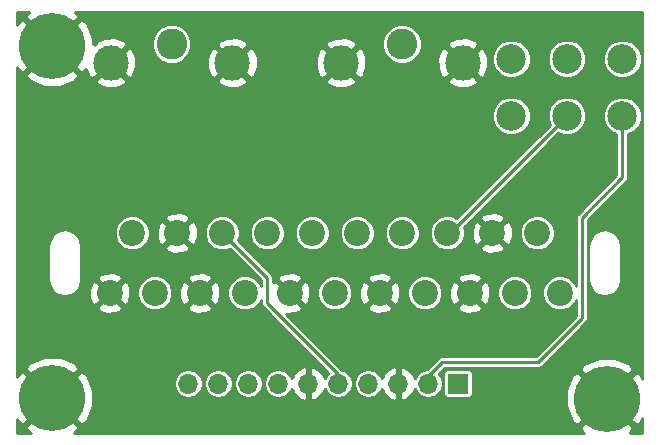
<source format=gbr>
G04 #@! TF.FileFunction,Copper,L1,Top,Signal*
%FSLAX46Y46*%
G04 Gerber Fmt 4.6, Leading zero omitted, Abs format (unit mm)*
G04 Created by KiCad (PCBNEW 4.0.7-e2-6376~61~ubuntu18.04.1) date Fri Dec 20 20:00:32 2019*
%MOMM*%
%LPD*%
G01*
G04 APERTURE LIST*
%ADD10C,0.100000*%
%ADD11C,2.500000*%
%ADD12C,2.200000*%
%ADD13R,1.700000X1.700000*%
%ADD14O,1.700000X1.700000*%
%ADD15C,3.000000*%
%ADD16C,2.600000*%
%ADD17C,5.600000*%
%ADD18C,0.250000*%
%ADD19C,0.254000*%
G04 APERTURE END LIST*
D10*
D11*
X173101000Y-71501000D03*
X173101000Y-76331000D03*
X168401000Y-71501000D03*
X168401000Y-76331000D03*
X163701000Y-71501000D03*
X163701000Y-76331000D03*
D12*
X131605000Y-86250000D03*
X135415000Y-86250000D03*
X139225000Y-86250000D03*
X143035000Y-86250000D03*
X146845000Y-86250000D03*
X150655000Y-86250000D03*
X154465000Y-86250000D03*
X158275000Y-86250000D03*
X162085000Y-86250000D03*
X165895000Y-86250000D03*
X129710000Y-91330000D03*
X133520000Y-91330000D03*
X137330000Y-91330000D03*
X141140000Y-91330000D03*
X144950000Y-91330000D03*
X148760000Y-91330000D03*
X152570000Y-91330000D03*
X156380000Y-91330000D03*
X160190000Y-91330000D03*
X164000000Y-91330000D03*
X167810000Y-91330000D03*
D13*
X159194500Y-98996500D03*
D14*
X156654500Y-98996500D03*
X154114500Y-98996500D03*
X151574500Y-98996500D03*
X149034500Y-98996500D03*
X146494500Y-98996500D03*
X143954500Y-98996500D03*
X141414500Y-98996500D03*
X138874500Y-98996500D03*
X136334500Y-98996500D03*
D15*
X129787500Y-71831000D03*
X140087500Y-71831000D03*
D16*
X134937500Y-70231000D03*
D15*
X149282000Y-71831000D03*
X159582000Y-71831000D03*
D16*
X154432000Y-70231000D03*
D17*
X171767500Y-100266500D03*
X124841000Y-100203000D03*
X124841000Y-70421500D03*
D18*
X149034500Y-98996500D02*
X149034500Y-98171000D01*
X149034500Y-98171000D02*
X143002000Y-92138500D01*
X143002000Y-92138500D02*
X143002000Y-90027000D01*
X143002000Y-90027000D02*
X139225000Y-86250000D01*
X158275000Y-86250000D02*
X158482000Y-86250000D01*
X158482000Y-86250000D02*
X168401000Y-76331000D01*
X156654500Y-98996500D02*
X156654500Y-98361500D01*
X156654500Y-98361500D02*
X157861000Y-97155000D01*
X173101000Y-81534000D02*
X173101000Y-76331000D01*
X169672000Y-84963000D02*
X173101000Y-81534000D01*
X169672000Y-93472000D02*
X169672000Y-84963000D01*
X165989000Y-97155000D02*
X169672000Y-93472000D01*
X157861000Y-97155000D02*
X165989000Y-97155000D01*
D19*
G36*
X122886501Y-67515297D02*
X122568265Y-67969160D01*
X124841000Y-70241895D01*
X127113735Y-67969160D01*
X126795499Y-67515297D01*
X126787606Y-67512000D01*
X174804000Y-67512000D01*
X174804000Y-98618300D01*
X174685378Y-98329473D01*
X174673703Y-98312001D01*
X174219840Y-97993765D01*
X171947105Y-100266500D01*
X174219840Y-102539235D01*
X174673703Y-102220999D01*
X174804000Y-101909084D01*
X174804000Y-103176000D01*
X173717065Y-103176000D01*
X173721999Y-103172703D01*
X174040235Y-102718840D01*
X171767500Y-100446105D01*
X169494765Y-102718840D01*
X169813001Y-103172703D01*
X169820894Y-103176000D01*
X126643813Y-103176000D01*
X126778027Y-103120878D01*
X126795499Y-103109203D01*
X127113735Y-102655340D01*
X124841000Y-100382605D01*
X122568265Y-102655340D01*
X122886501Y-103109203D01*
X123046405Y-103176000D01*
X121868000Y-103176000D01*
X121868000Y-102005813D01*
X121923122Y-102140027D01*
X121934797Y-102157499D01*
X122388660Y-102475735D01*
X124661395Y-100203000D01*
X125020605Y-100203000D01*
X127293340Y-102475735D01*
X127747203Y-102157499D01*
X128256019Y-100939456D01*
X168330465Y-100939456D01*
X168849622Y-102203527D01*
X168861297Y-102220999D01*
X169315160Y-102539235D01*
X171587895Y-100266500D01*
X169315160Y-97993765D01*
X168861297Y-98312001D01*
X168334564Y-99572934D01*
X168330465Y-100939456D01*
X128256019Y-100939456D01*
X128273936Y-100896566D01*
X128278035Y-99530044D01*
X128049003Y-98972383D01*
X135103500Y-98972383D01*
X135103500Y-99020617D01*
X135197204Y-99491700D01*
X135464052Y-99891065D01*
X135863417Y-100157913D01*
X136334500Y-100251617D01*
X136805583Y-100157913D01*
X137204948Y-99891065D01*
X137471796Y-99491700D01*
X137565500Y-99020617D01*
X137565500Y-98972383D01*
X137643500Y-98972383D01*
X137643500Y-99020617D01*
X137737204Y-99491700D01*
X138004052Y-99891065D01*
X138403417Y-100157913D01*
X138874500Y-100251617D01*
X139345583Y-100157913D01*
X139744948Y-99891065D01*
X140011796Y-99491700D01*
X140105500Y-99020617D01*
X140105500Y-98972383D01*
X140183500Y-98972383D01*
X140183500Y-99020617D01*
X140277204Y-99491700D01*
X140544052Y-99891065D01*
X140943417Y-100157913D01*
X141414500Y-100251617D01*
X141885583Y-100157913D01*
X142284948Y-99891065D01*
X142551796Y-99491700D01*
X142645500Y-99020617D01*
X142645500Y-98972383D01*
X142723500Y-98972383D01*
X142723500Y-99020617D01*
X142817204Y-99491700D01*
X143084052Y-99891065D01*
X143483417Y-100157913D01*
X143954500Y-100251617D01*
X144425583Y-100157913D01*
X144824948Y-99891065D01*
X145091796Y-99491700D01*
X145099583Y-99452553D01*
X145299317Y-99877858D01*
X145727576Y-100268145D01*
X146137610Y-100437976D01*
X146367500Y-100316655D01*
X146367500Y-99123500D01*
X146347500Y-99123500D01*
X146347500Y-98869500D01*
X146367500Y-98869500D01*
X146367500Y-97676345D01*
X146137610Y-97555024D01*
X145727576Y-97724855D01*
X145299317Y-98115142D01*
X145099583Y-98540447D01*
X145091796Y-98501300D01*
X144824948Y-98101935D01*
X144425583Y-97835087D01*
X143954500Y-97741383D01*
X143483417Y-97835087D01*
X143084052Y-98101935D01*
X142817204Y-98501300D01*
X142723500Y-98972383D01*
X142645500Y-98972383D01*
X142551796Y-98501300D01*
X142284948Y-98101935D01*
X141885583Y-97835087D01*
X141414500Y-97741383D01*
X140943417Y-97835087D01*
X140544052Y-98101935D01*
X140277204Y-98501300D01*
X140183500Y-98972383D01*
X140105500Y-98972383D01*
X140011796Y-98501300D01*
X139744948Y-98101935D01*
X139345583Y-97835087D01*
X138874500Y-97741383D01*
X138403417Y-97835087D01*
X138004052Y-98101935D01*
X137737204Y-98501300D01*
X137643500Y-98972383D01*
X137565500Y-98972383D01*
X137471796Y-98501300D01*
X137204948Y-98101935D01*
X136805583Y-97835087D01*
X136334500Y-97741383D01*
X135863417Y-97835087D01*
X135464052Y-98101935D01*
X135197204Y-98501300D01*
X135103500Y-98972383D01*
X128049003Y-98972383D01*
X127758878Y-98265973D01*
X127747203Y-98248501D01*
X127293340Y-97930265D01*
X125020605Y-100203000D01*
X124661395Y-100203000D01*
X122388660Y-97930265D01*
X121934797Y-98248501D01*
X121868000Y-98408405D01*
X121868000Y-97750660D01*
X122568265Y-97750660D01*
X124841000Y-100023395D01*
X127113735Y-97750660D01*
X126795499Y-97296797D01*
X125534566Y-96770064D01*
X124168044Y-96765965D01*
X122903973Y-97285122D01*
X122886501Y-97296797D01*
X122568265Y-97750660D01*
X121868000Y-97750660D01*
X121868000Y-92554868D01*
X128664737Y-92554868D01*
X128775641Y-92832099D01*
X129421593Y-93075323D01*
X130111453Y-93052836D01*
X130644359Y-92832099D01*
X130755263Y-92554868D01*
X129710000Y-91509605D01*
X128664737Y-92554868D01*
X121868000Y-92554868D01*
X121868000Y-87335517D01*
X124509000Y-87335517D01*
X124509000Y-90244483D01*
X124614122Y-90772969D01*
X124913486Y-91220997D01*
X125361514Y-91520361D01*
X125890000Y-91625483D01*
X126418486Y-91520361D01*
X126866514Y-91220997D01*
X126986388Y-91041593D01*
X127964677Y-91041593D01*
X127987164Y-91731453D01*
X128207901Y-92264359D01*
X128485132Y-92375263D01*
X129530395Y-91330000D01*
X129889605Y-91330000D01*
X130934868Y-92375263D01*
X131212099Y-92264359D01*
X131453481Y-91623297D01*
X132038743Y-91623297D01*
X132263737Y-92167823D01*
X132679985Y-92584799D01*
X133224118Y-92810743D01*
X133813297Y-92811257D01*
X134357823Y-92586263D01*
X134389272Y-92554868D01*
X136284737Y-92554868D01*
X136395641Y-92832099D01*
X137041593Y-93075323D01*
X137731453Y-93052836D01*
X138264359Y-92832099D01*
X138375263Y-92554868D01*
X137330000Y-91509605D01*
X136284737Y-92554868D01*
X134389272Y-92554868D01*
X134774799Y-92170015D01*
X135000743Y-91625882D01*
X135001252Y-91041593D01*
X135584677Y-91041593D01*
X135607164Y-91731453D01*
X135827901Y-92264359D01*
X136105132Y-92375263D01*
X137150395Y-91330000D01*
X137509605Y-91330000D01*
X138554868Y-92375263D01*
X138832099Y-92264359D01*
X139075323Y-91618407D01*
X139052836Y-90928547D01*
X138832099Y-90395641D01*
X138554868Y-90284737D01*
X137509605Y-91330000D01*
X137150395Y-91330000D01*
X136105132Y-90284737D01*
X135827901Y-90395641D01*
X135584677Y-91041593D01*
X135001252Y-91041593D01*
X135001257Y-91036703D01*
X134776263Y-90492177D01*
X134389894Y-90105132D01*
X136284737Y-90105132D01*
X137330000Y-91150395D01*
X138375263Y-90105132D01*
X138264359Y-89827901D01*
X137618407Y-89584677D01*
X136928547Y-89607164D01*
X136395641Y-89827901D01*
X136284737Y-90105132D01*
X134389894Y-90105132D01*
X134360015Y-90075201D01*
X133815882Y-89849257D01*
X133226703Y-89848743D01*
X132682177Y-90073737D01*
X132265201Y-90489985D01*
X132039257Y-91034118D01*
X132038743Y-91623297D01*
X131453481Y-91623297D01*
X131455323Y-91618407D01*
X131432836Y-90928547D01*
X131212099Y-90395641D01*
X130934868Y-90284737D01*
X129889605Y-91330000D01*
X129530395Y-91330000D01*
X128485132Y-90284737D01*
X128207901Y-90395641D01*
X127964677Y-91041593D01*
X126986388Y-91041593D01*
X127165878Y-90772969D01*
X127271000Y-90244483D01*
X127271000Y-90105132D01*
X128664737Y-90105132D01*
X129710000Y-91150395D01*
X130755263Y-90105132D01*
X130644359Y-89827901D01*
X129998407Y-89584677D01*
X129308547Y-89607164D01*
X128775641Y-89827901D01*
X128664737Y-90105132D01*
X127271000Y-90105132D01*
X127271000Y-87335517D01*
X127165878Y-86807031D01*
X126989656Y-86543297D01*
X130123743Y-86543297D01*
X130348737Y-87087823D01*
X130764985Y-87504799D01*
X131309118Y-87730743D01*
X131898297Y-87731257D01*
X132442823Y-87506263D01*
X132474272Y-87474868D01*
X134369737Y-87474868D01*
X134480641Y-87752099D01*
X135126593Y-87995323D01*
X135816453Y-87972836D01*
X136349359Y-87752099D01*
X136460263Y-87474868D01*
X135415000Y-86429605D01*
X134369737Y-87474868D01*
X132474272Y-87474868D01*
X132859799Y-87090015D01*
X133085743Y-86545882D01*
X133086252Y-85961593D01*
X133669677Y-85961593D01*
X133692164Y-86651453D01*
X133912901Y-87184359D01*
X134190132Y-87295263D01*
X135235395Y-86250000D01*
X135594605Y-86250000D01*
X136639868Y-87295263D01*
X136917099Y-87184359D01*
X137158481Y-86543297D01*
X137743743Y-86543297D01*
X137968737Y-87087823D01*
X138384985Y-87504799D01*
X138929118Y-87730743D01*
X139518297Y-87731257D01*
X139852553Y-87593145D01*
X142496000Y-90236592D01*
X142496000Y-90733559D01*
X142396263Y-90492177D01*
X141980015Y-90075201D01*
X141435882Y-89849257D01*
X140846703Y-89848743D01*
X140302177Y-90073737D01*
X139885201Y-90489985D01*
X139659257Y-91034118D01*
X139658743Y-91623297D01*
X139883737Y-92167823D01*
X140299985Y-92584799D01*
X140844118Y-92810743D01*
X141433297Y-92811257D01*
X141977823Y-92586263D01*
X142394799Y-92170015D01*
X142496000Y-91926296D01*
X142496000Y-92138500D01*
X142534517Y-92332138D01*
X142644204Y-92496296D01*
X148215480Y-98067572D01*
X148164052Y-98101935D01*
X147897204Y-98501300D01*
X147889417Y-98540447D01*
X147689683Y-98115142D01*
X147261424Y-97724855D01*
X146851390Y-97555024D01*
X146621500Y-97676345D01*
X146621500Y-98869500D01*
X146641500Y-98869500D01*
X146641500Y-99123500D01*
X146621500Y-99123500D01*
X146621500Y-100316655D01*
X146851390Y-100437976D01*
X147261424Y-100268145D01*
X147689683Y-99877858D01*
X147889417Y-99452553D01*
X147897204Y-99491700D01*
X148164052Y-99891065D01*
X148563417Y-100157913D01*
X149034500Y-100251617D01*
X149505583Y-100157913D01*
X149904948Y-99891065D01*
X150171796Y-99491700D01*
X150265500Y-99020617D01*
X150265500Y-98972383D01*
X150343500Y-98972383D01*
X150343500Y-99020617D01*
X150437204Y-99491700D01*
X150704052Y-99891065D01*
X151103417Y-100157913D01*
X151574500Y-100251617D01*
X152045583Y-100157913D01*
X152444948Y-99891065D01*
X152711796Y-99491700D01*
X152719583Y-99452553D01*
X152919317Y-99877858D01*
X153347576Y-100268145D01*
X153757610Y-100437976D01*
X153987500Y-100316655D01*
X153987500Y-99123500D01*
X153967500Y-99123500D01*
X153967500Y-98869500D01*
X153987500Y-98869500D01*
X153987500Y-97676345D01*
X154241500Y-97676345D01*
X154241500Y-98869500D01*
X154261500Y-98869500D01*
X154261500Y-99123500D01*
X154241500Y-99123500D01*
X154241500Y-100316655D01*
X154471390Y-100437976D01*
X154881424Y-100268145D01*
X155309683Y-99877858D01*
X155509417Y-99452553D01*
X155517204Y-99491700D01*
X155784052Y-99891065D01*
X156183417Y-100157913D01*
X156654500Y-100251617D01*
X157125583Y-100157913D01*
X157524948Y-99891065D01*
X157791796Y-99491700D01*
X157885500Y-99020617D01*
X157885500Y-98972383D01*
X157791796Y-98501300D01*
X157566889Y-98164703D01*
X157585092Y-98146500D01*
X157956036Y-98146500D01*
X157956036Y-99846500D01*
X157982603Y-99987690D01*
X158066046Y-100117365D01*
X158193366Y-100204359D01*
X158344500Y-100234964D01*
X160044500Y-100234964D01*
X160185690Y-100208397D01*
X160315365Y-100124954D01*
X160402359Y-99997634D01*
X160432964Y-99846500D01*
X160432964Y-98146500D01*
X160406397Y-98005310D01*
X160322954Y-97875635D01*
X160232983Y-97814160D01*
X169494765Y-97814160D01*
X171767500Y-100086895D01*
X174040235Y-97814160D01*
X173721999Y-97360297D01*
X172461066Y-96833564D01*
X171094544Y-96829465D01*
X169830473Y-97348622D01*
X169813001Y-97360297D01*
X169494765Y-97814160D01*
X160232983Y-97814160D01*
X160195634Y-97788641D01*
X160044500Y-97758036D01*
X158344500Y-97758036D01*
X158203310Y-97784603D01*
X158073635Y-97868046D01*
X157986641Y-97995366D01*
X157956036Y-98146500D01*
X157585092Y-98146500D01*
X158070592Y-97661000D01*
X165989000Y-97661000D01*
X166182638Y-97622483D01*
X166346796Y-97512796D01*
X170029796Y-93829796D01*
X170139483Y-93665638D01*
X170178000Y-93472000D01*
X170178000Y-87335517D01*
X170229000Y-87335517D01*
X170229000Y-90244483D01*
X170334122Y-90772969D01*
X170633486Y-91220997D01*
X171081514Y-91520361D01*
X171610000Y-91625483D01*
X172138486Y-91520361D01*
X172586514Y-91220997D01*
X172885878Y-90772969D01*
X172991000Y-90244483D01*
X172991000Y-87335517D01*
X172885878Y-86807031D01*
X172586514Y-86359003D01*
X172138486Y-86059639D01*
X171610000Y-85954517D01*
X171081514Y-86059639D01*
X170633486Y-86359003D01*
X170334122Y-86807031D01*
X170229000Y-87335517D01*
X170178000Y-87335517D01*
X170178000Y-85172592D01*
X173458796Y-81891796D01*
X173568483Y-81727638D01*
X173607000Y-81534000D01*
X173607000Y-77886669D01*
X174023680Y-77714501D01*
X174482888Y-77256093D01*
X174731716Y-76656849D01*
X174732282Y-76007997D01*
X174484501Y-75408320D01*
X174026093Y-74949112D01*
X173426849Y-74700284D01*
X172777997Y-74699718D01*
X172178320Y-74947499D01*
X171719112Y-75405907D01*
X171470284Y-76005151D01*
X171469718Y-76654003D01*
X171717499Y-77253680D01*
X172175907Y-77712888D01*
X172595000Y-77886911D01*
X172595000Y-81324408D01*
X169314204Y-84605204D01*
X169204517Y-84769362D01*
X169166000Y-84963000D01*
X169166000Y-90733559D01*
X169066263Y-90492177D01*
X168650015Y-90075201D01*
X168105882Y-89849257D01*
X167516703Y-89848743D01*
X166972177Y-90073737D01*
X166555201Y-90489985D01*
X166329257Y-91034118D01*
X166328743Y-91623297D01*
X166553737Y-92167823D01*
X166969985Y-92584799D01*
X167514118Y-92810743D01*
X168103297Y-92811257D01*
X168647823Y-92586263D01*
X169064799Y-92170015D01*
X169166000Y-91926296D01*
X169166000Y-93262408D01*
X165779408Y-96649000D01*
X157861000Y-96649000D01*
X157667362Y-96687517D01*
X157543822Y-96770064D01*
X157503204Y-96797204D01*
X156535318Y-97765090D01*
X156183417Y-97835087D01*
X155784052Y-98101935D01*
X155517204Y-98501300D01*
X155509417Y-98540447D01*
X155309683Y-98115142D01*
X154881424Y-97724855D01*
X154471390Y-97555024D01*
X154241500Y-97676345D01*
X153987500Y-97676345D01*
X153757610Y-97555024D01*
X153347576Y-97724855D01*
X152919317Y-98115142D01*
X152719583Y-98540447D01*
X152711796Y-98501300D01*
X152444948Y-98101935D01*
X152045583Y-97835087D01*
X151574500Y-97741383D01*
X151103417Y-97835087D01*
X150704052Y-98101935D01*
X150437204Y-98501300D01*
X150343500Y-98972383D01*
X150265500Y-98972383D01*
X150171796Y-98501300D01*
X149904948Y-98101935D01*
X149505583Y-97835087D01*
X149391483Y-97812391D01*
X144650080Y-93070988D01*
X144661593Y-93075323D01*
X145351453Y-93052836D01*
X145884359Y-92832099D01*
X145995263Y-92554868D01*
X144950000Y-91509605D01*
X144935858Y-91523748D01*
X144756253Y-91344143D01*
X144770395Y-91330000D01*
X145129605Y-91330000D01*
X146174868Y-92375263D01*
X146452099Y-92264359D01*
X146693481Y-91623297D01*
X147278743Y-91623297D01*
X147503737Y-92167823D01*
X147919985Y-92584799D01*
X148464118Y-92810743D01*
X149053297Y-92811257D01*
X149597823Y-92586263D01*
X149629272Y-92554868D01*
X151524737Y-92554868D01*
X151635641Y-92832099D01*
X152281593Y-93075323D01*
X152971453Y-93052836D01*
X153504359Y-92832099D01*
X153615263Y-92554868D01*
X152570000Y-91509605D01*
X151524737Y-92554868D01*
X149629272Y-92554868D01*
X150014799Y-92170015D01*
X150240743Y-91625882D01*
X150241252Y-91041593D01*
X150824677Y-91041593D01*
X150847164Y-91731453D01*
X151067901Y-92264359D01*
X151345132Y-92375263D01*
X152390395Y-91330000D01*
X152749605Y-91330000D01*
X153794868Y-92375263D01*
X154072099Y-92264359D01*
X154313481Y-91623297D01*
X154898743Y-91623297D01*
X155123737Y-92167823D01*
X155539985Y-92584799D01*
X156084118Y-92810743D01*
X156673297Y-92811257D01*
X157217823Y-92586263D01*
X157249272Y-92554868D01*
X159144737Y-92554868D01*
X159255641Y-92832099D01*
X159901593Y-93075323D01*
X160591453Y-93052836D01*
X161124359Y-92832099D01*
X161235263Y-92554868D01*
X160190000Y-91509605D01*
X159144737Y-92554868D01*
X157249272Y-92554868D01*
X157634799Y-92170015D01*
X157860743Y-91625882D01*
X157861252Y-91041593D01*
X158444677Y-91041593D01*
X158467164Y-91731453D01*
X158687901Y-92264359D01*
X158965132Y-92375263D01*
X160010395Y-91330000D01*
X160369605Y-91330000D01*
X161414868Y-92375263D01*
X161692099Y-92264359D01*
X161933481Y-91623297D01*
X162518743Y-91623297D01*
X162743737Y-92167823D01*
X163159985Y-92584799D01*
X163704118Y-92810743D01*
X164293297Y-92811257D01*
X164837823Y-92586263D01*
X165254799Y-92170015D01*
X165480743Y-91625882D01*
X165481257Y-91036703D01*
X165256263Y-90492177D01*
X164840015Y-90075201D01*
X164295882Y-89849257D01*
X163706703Y-89848743D01*
X163162177Y-90073737D01*
X162745201Y-90489985D01*
X162519257Y-91034118D01*
X162518743Y-91623297D01*
X161933481Y-91623297D01*
X161935323Y-91618407D01*
X161912836Y-90928547D01*
X161692099Y-90395641D01*
X161414868Y-90284737D01*
X160369605Y-91330000D01*
X160010395Y-91330000D01*
X158965132Y-90284737D01*
X158687901Y-90395641D01*
X158444677Y-91041593D01*
X157861252Y-91041593D01*
X157861257Y-91036703D01*
X157636263Y-90492177D01*
X157249894Y-90105132D01*
X159144737Y-90105132D01*
X160190000Y-91150395D01*
X161235263Y-90105132D01*
X161124359Y-89827901D01*
X160478407Y-89584677D01*
X159788547Y-89607164D01*
X159255641Y-89827901D01*
X159144737Y-90105132D01*
X157249894Y-90105132D01*
X157220015Y-90075201D01*
X156675882Y-89849257D01*
X156086703Y-89848743D01*
X155542177Y-90073737D01*
X155125201Y-90489985D01*
X154899257Y-91034118D01*
X154898743Y-91623297D01*
X154313481Y-91623297D01*
X154315323Y-91618407D01*
X154292836Y-90928547D01*
X154072099Y-90395641D01*
X153794868Y-90284737D01*
X152749605Y-91330000D01*
X152390395Y-91330000D01*
X151345132Y-90284737D01*
X151067901Y-90395641D01*
X150824677Y-91041593D01*
X150241252Y-91041593D01*
X150241257Y-91036703D01*
X150016263Y-90492177D01*
X149629894Y-90105132D01*
X151524737Y-90105132D01*
X152570000Y-91150395D01*
X153615263Y-90105132D01*
X153504359Y-89827901D01*
X152858407Y-89584677D01*
X152168547Y-89607164D01*
X151635641Y-89827901D01*
X151524737Y-90105132D01*
X149629894Y-90105132D01*
X149600015Y-90075201D01*
X149055882Y-89849257D01*
X148466703Y-89848743D01*
X147922177Y-90073737D01*
X147505201Y-90489985D01*
X147279257Y-91034118D01*
X147278743Y-91623297D01*
X146693481Y-91623297D01*
X146695323Y-91618407D01*
X146672836Y-90928547D01*
X146452099Y-90395641D01*
X146174868Y-90284737D01*
X145129605Y-91330000D01*
X144770395Y-91330000D01*
X143725132Y-90284737D01*
X143508000Y-90371599D01*
X143508000Y-90105132D01*
X143904737Y-90105132D01*
X144950000Y-91150395D01*
X145995263Y-90105132D01*
X145884359Y-89827901D01*
X145238407Y-89584677D01*
X144548547Y-89607164D01*
X144015641Y-89827901D01*
X143904737Y-90105132D01*
X143508000Y-90105132D01*
X143508000Y-90027000D01*
X143469483Y-89833362D01*
X143359796Y-89669204D01*
X140568057Y-86877465D01*
X140705743Y-86545882D01*
X140705745Y-86543297D01*
X141553743Y-86543297D01*
X141778737Y-87087823D01*
X142194985Y-87504799D01*
X142739118Y-87730743D01*
X143328297Y-87731257D01*
X143872823Y-87506263D01*
X144289799Y-87090015D01*
X144515743Y-86545882D01*
X144515745Y-86543297D01*
X145363743Y-86543297D01*
X145588737Y-87087823D01*
X146004985Y-87504799D01*
X146549118Y-87730743D01*
X147138297Y-87731257D01*
X147682823Y-87506263D01*
X148099799Y-87090015D01*
X148325743Y-86545882D01*
X148325745Y-86543297D01*
X149173743Y-86543297D01*
X149398737Y-87087823D01*
X149814985Y-87504799D01*
X150359118Y-87730743D01*
X150948297Y-87731257D01*
X151492823Y-87506263D01*
X151909799Y-87090015D01*
X152135743Y-86545882D01*
X152135745Y-86543297D01*
X152983743Y-86543297D01*
X153208737Y-87087823D01*
X153624985Y-87504799D01*
X154169118Y-87730743D01*
X154758297Y-87731257D01*
X155302823Y-87506263D01*
X155719799Y-87090015D01*
X155945743Y-86545882D01*
X155945745Y-86543297D01*
X156793743Y-86543297D01*
X157018737Y-87087823D01*
X157434985Y-87504799D01*
X157979118Y-87730743D01*
X158568297Y-87731257D01*
X159112823Y-87506263D01*
X159144272Y-87474868D01*
X161039737Y-87474868D01*
X161150641Y-87752099D01*
X161796593Y-87995323D01*
X162486453Y-87972836D01*
X163019359Y-87752099D01*
X163130263Y-87474868D01*
X162085000Y-86429605D01*
X161039737Y-87474868D01*
X159144272Y-87474868D01*
X159529799Y-87090015D01*
X159755743Y-86545882D01*
X159756252Y-85961593D01*
X160339677Y-85961593D01*
X160362164Y-86651453D01*
X160582901Y-87184359D01*
X160860132Y-87295263D01*
X161905395Y-86250000D01*
X162264605Y-86250000D01*
X163309868Y-87295263D01*
X163587099Y-87184359D01*
X163828481Y-86543297D01*
X164413743Y-86543297D01*
X164638737Y-87087823D01*
X165054985Y-87504799D01*
X165599118Y-87730743D01*
X166188297Y-87731257D01*
X166732823Y-87506263D01*
X167149799Y-87090015D01*
X167375743Y-86545882D01*
X167376257Y-85956703D01*
X167151263Y-85412177D01*
X166735015Y-84995201D01*
X166190882Y-84769257D01*
X165601703Y-84768743D01*
X165057177Y-84993737D01*
X164640201Y-85409985D01*
X164414257Y-85954118D01*
X164413743Y-86543297D01*
X163828481Y-86543297D01*
X163830323Y-86538407D01*
X163807836Y-85848547D01*
X163587099Y-85315641D01*
X163309868Y-85204737D01*
X162264605Y-86250000D01*
X161905395Y-86250000D01*
X160860132Y-85204737D01*
X160582901Y-85315641D01*
X160339677Y-85961593D01*
X159756252Y-85961593D01*
X159756257Y-85956703D01*
X159678668Y-85768924D01*
X160422460Y-85025132D01*
X161039737Y-85025132D01*
X162085000Y-86070395D01*
X163130263Y-85025132D01*
X163019359Y-84747901D01*
X162373407Y-84504677D01*
X161683547Y-84527164D01*
X161150641Y-84747901D01*
X161039737Y-85025132D01*
X160422460Y-85025132D01*
X167658772Y-77788820D01*
X168075151Y-77961716D01*
X168724003Y-77962282D01*
X169323680Y-77714501D01*
X169782888Y-77256093D01*
X170031716Y-76656849D01*
X170032282Y-76007997D01*
X169784501Y-75408320D01*
X169326093Y-74949112D01*
X168726849Y-74700284D01*
X168077997Y-74699718D01*
X167478320Y-74947499D01*
X167019112Y-75405907D01*
X166770284Y-76005151D01*
X166769718Y-76654003D01*
X166943009Y-77073399D01*
X159048731Y-84967677D01*
X158570882Y-84769257D01*
X157981703Y-84768743D01*
X157437177Y-84993737D01*
X157020201Y-85409985D01*
X156794257Y-85954118D01*
X156793743Y-86543297D01*
X155945745Y-86543297D01*
X155946257Y-85956703D01*
X155721263Y-85412177D01*
X155305015Y-84995201D01*
X154760882Y-84769257D01*
X154171703Y-84768743D01*
X153627177Y-84993737D01*
X153210201Y-85409985D01*
X152984257Y-85954118D01*
X152983743Y-86543297D01*
X152135745Y-86543297D01*
X152136257Y-85956703D01*
X151911263Y-85412177D01*
X151495015Y-84995201D01*
X150950882Y-84769257D01*
X150361703Y-84768743D01*
X149817177Y-84993737D01*
X149400201Y-85409985D01*
X149174257Y-85954118D01*
X149173743Y-86543297D01*
X148325745Y-86543297D01*
X148326257Y-85956703D01*
X148101263Y-85412177D01*
X147685015Y-84995201D01*
X147140882Y-84769257D01*
X146551703Y-84768743D01*
X146007177Y-84993737D01*
X145590201Y-85409985D01*
X145364257Y-85954118D01*
X145363743Y-86543297D01*
X144515745Y-86543297D01*
X144516257Y-85956703D01*
X144291263Y-85412177D01*
X143875015Y-84995201D01*
X143330882Y-84769257D01*
X142741703Y-84768743D01*
X142197177Y-84993737D01*
X141780201Y-85409985D01*
X141554257Y-85954118D01*
X141553743Y-86543297D01*
X140705745Y-86543297D01*
X140706257Y-85956703D01*
X140481263Y-85412177D01*
X140065015Y-84995201D01*
X139520882Y-84769257D01*
X138931703Y-84768743D01*
X138387177Y-84993737D01*
X137970201Y-85409985D01*
X137744257Y-85954118D01*
X137743743Y-86543297D01*
X137158481Y-86543297D01*
X137160323Y-86538407D01*
X137137836Y-85848547D01*
X136917099Y-85315641D01*
X136639868Y-85204737D01*
X135594605Y-86250000D01*
X135235395Y-86250000D01*
X134190132Y-85204737D01*
X133912901Y-85315641D01*
X133669677Y-85961593D01*
X133086252Y-85961593D01*
X133086257Y-85956703D01*
X132861263Y-85412177D01*
X132474894Y-85025132D01*
X134369737Y-85025132D01*
X135415000Y-86070395D01*
X136460263Y-85025132D01*
X136349359Y-84747901D01*
X135703407Y-84504677D01*
X135013547Y-84527164D01*
X134480641Y-84747901D01*
X134369737Y-85025132D01*
X132474894Y-85025132D01*
X132445015Y-84995201D01*
X131900882Y-84769257D01*
X131311703Y-84768743D01*
X130767177Y-84993737D01*
X130350201Y-85409985D01*
X130124257Y-85954118D01*
X130123743Y-86543297D01*
X126989656Y-86543297D01*
X126866514Y-86359003D01*
X126418486Y-86059639D01*
X125890000Y-85954517D01*
X125361514Y-86059639D01*
X124913486Y-86359003D01*
X124614122Y-86807031D01*
X124509000Y-87335517D01*
X121868000Y-87335517D01*
X121868000Y-76654003D01*
X162069718Y-76654003D01*
X162317499Y-77253680D01*
X162775907Y-77712888D01*
X163375151Y-77961716D01*
X164024003Y-77962282D01*
X164623680Y-77714501D01*
X165082888Y-77256093D01*
X165331716Y-76656849D01*
X165332282Y-76007997D01*
X165084501Y-75408320D01*
X164626093Y-74949112D01*
X164026849Y-74700284D01*
X163377997Y-74699718D01*
X162778320Y-74947499D01*
X162319112Y-75405907D01*
X162070284Y-76005151D01*
X162069718Y-76654003D01*
X121868000Y-76654003D01*
X121868000Y-72873840D01*
X122568265Y-72873840D01*
X122886501Y-73327703D01*
X124147434Y-73854436D01*
X125513956Y-73858535D01*
X126764411Y-73344970D01*
X128453135Y-73344970D01*
X128612918Y-73663739D01*
X129403687Y-73973723D01*
X130252887Y-73957497D01*
X130962082Y-73663739D01*
X131121865Y-73344970D01*
X138753135Y-73344970D01*
X138912918Y-73663739D01*
X139703687Y-73973723D01*
X140552887Y-73957497D01*
X141262082Y-73663739D01*
X141421865Y-73344970D01*
X147947635Y-73344970D01*
X148107418Y-73663739D01*
X148898187Y-73973723D01*
X149747387Y-73957497D01*
X150456582Y-73663739D01*
X150616365Y-73344970D01*
X158247635Y-73344970D01*
X158407418Y-73663739D01*
X159198187Y-73973723D01*
X160047387Y-73957497D01*
X160756582Y-73663739D01*
X160916365Y-73344970D01*
X159582000Y-72010605D01*
X158247635Y-73344970D01*
X150616365Y-73344970D01*
X149282000Y-72010605D01*
X147947635Y-73344970D01*
X141421865Y-73344970D01*
X140087500Y-72010605D01*
X138753135Y-73344970D01*
X131121865Y-73344970D01*
X129787500Y-72010605D01*
X128453135Y-73344970D01*
X126764411Y-73344970D01*
X126778027Y-73339378D01*
X126795499Y-73327703D01*
X127113735Y-72873840D01*
X124841000Y-70601105D01*
X122568265Y-72873840D01*
X121868000Y-72873840D01*
X121868000Y-72224313D01*
X121923122Y-72358527D01*
X121934797Y-72375999D01*
X122388660Y-72694235D01*
X124661395Y-70421500D01*
X125020605Y-70421500D01*
X127293340Y-72694235D01*
X127705958Y-72404919D01*
X127954761Y-73005582D01*
X128273530Y-73165365D01*
X129607895Y-71831000D01*
X129967105Y-71831000D01*
X131301470Y-73165365D01*
X131620239Y-73005582D01*
X131930223Y-72214813D01*
X131913997Y-71365613D01*
X131620239Y-70656418D01*
X131435675Y-70563905D01*
X133256209Y-70563905D01*
X133511586Y-71181966D01*
X133984047Y-71655252D01*
X134601661Y-71911708D01*
X135270405Y-71912291D01*
X135888466Y-71656914D01*
X136098559Y-71447187D01*
X137944777Y-71447187D01*
X137961003Y-72296387D01*
X138254761Y-73005582D01*
X138573530Y-73165365D01*
X139907895Y-71831000D01*
X140267105Y-71831000D01*
X141601470Y-73165365D01*
X141920239Y-73005582D01*
X142230223Y-72214813D01*
X142215556Y-71447187D01*
X147139277Y-71447187D01*
X147155503Y-72296387D01*
X147449261Y-73005582D01*
X147768030Y-73165365D01*
X149102395Y-71831000D01*
X149461605Y-71831000D01*
X150795970Y-73165365D01*
X151114739Y-73005582D01*
X151424723Y-72214813D01*
X151408497Y-71365613D01*
X151114739Y-70656418D01*
X150930175Y-70563905D01*
X152750709Y-70563905D01*
X153006086Y-71181966D01*
X153478547Y-71655252D01*
X154096161Y-71911708D01*
X154764905Y-71912291D01*
X155382966Y-71656914D01*
X155593059Y-71447187D01*
X157439277Y-71447187D01*
X157455503Y-72296387D01*
X157749261Y-73005582D01*
X158068030Y-73165365D01*
X159402395Y-71831000D01*
X159761605Y-71831000D01*
X161095970Y-73165365D01*
X161414739Y-73005582D01*
X161724723Y-72214813D01*
X161717256Y-71824003D01*
X162069718Y-71824003D01*
X162317499Y-72423680D01*
X162775907Y-72882888D01*
X163375151Y-73131716D01*
X164024003Y-73132282D01*
X164623680Y-72884501D01*
X165082888Y-72426093D01*
X165331716Y-71826849D01*
X165331718Y-71824003D01*
X166769718Y-71824003D01*
X167017499Y-72423680D01*
X167475907Y-72882888D01*
X168075151Y-73131716D01*
X168724003Y-73132282D01*
X169323680Y-72884501D01*
X169782888Y-72426093D01*
X170031716Y-71826849D01*
X170031718Y-71824003D01*
X171469718Y-71824003D01*
X171717499Y-72423680D01*
X172175907Y-72882888D01*
X172775151Y-73131716D01*
X173424003Y-73132282D01*
X174023680Y-72884501D01*
X174482888Y-72426093D01*
X174731716Y-71826849D01*
X174732282Y-71177997D01*
X174484501Y-70578320D01*
X174026093Y-70119112D01*
X173426849Y-69870284D01*
X172777997Y-69869718D01*
X172178320Y-70117499D01*
X171719112Y-70575907D01*
X171470284Y-71175151D01*
X171469718Y-71824003D01*
X170031718Y-71824003D01*
X170032282Y-71177997D01*
X169784501Y-70578320D01*
X169326093Y-70119112D01*
X168726849Y-69870284D01*
X168077997Y-69869718D01*
X167478320Y-70117499D01*
X167019112Y-70575907D01*
X166770284Y-71175151D01*
X166769718Y-71824003D01*
X165331718Y-71824003D01*
X165332282Y-71177997D01*
X165084501Y-70578320D01*
X164626093Y-70119112D01*
X164026849Y-69870284D01*
X163377997Y-69869718D01*
X162778320Y-70117499D01*
X162319112Y-70575907D01*
X162070284Y-71175151D01*
X162069718Y-71824003D01*
X161717256Y-71824003D01*
X161708497Y-71365613D01*
X161414739Y-70656418D01*
X161095970Y-70496635D01*
X159761605Y-71831000D01*
X159402395Y-71831000D01*
X158068030Y-70496635D01*
X157749261Y-70656418D01*
X157439277Y-71447187D01*
X155593059Y-71447187D01*
X155856252Y-71184453D01*
X156112708Y-70566839D01*
X156112925Y-70317030D01*
X158247635Y-70317030D01*
X159582000Y-71651395D01*
X160916365Y-70317030D01*
X160756582Y-69998261D01*
X159965813Y-69688277D01*
X159116613Y-69704503D01*
X158407418Y-69998261D01*
X158247635Y-70317030D01*
X156112925Y-70317030D01*
X156113291Y-69898095D01*
X155857914Y-69280034D01*
X155385453Y-68806748D01*
X154767839Y-68550292D01*
X154099095Y-68549709D01*
X153481034Y-68805086D01*
X153007748Y-69277547D01*
X152751292Y-69895161D01*
X152750709Y-70563905D01*
X150930175Y-70563905D01*
X150795970Y-70496635D01*
X149461605Y-71831000D01*
X149102395Y-71831000D01*
X147768030Y-70496635D01*
X147449261Y-70656418D01*
X147139277Y-71447187D01*
X142215556Y-71447187D01*
X142213997Y-71365613D01*
X141920239Y-70656418D01*
X141601470Y-70496635D01*
X140267105Y-71831000D01*
X139907895Y-71831000D01*
X138573530Y-70496635D01*
X138254761Y-70656418D01*
X137944777Y-71447187D01*
X136098559Y-71447187D01*
X136361752Y-71184453D01*
X136618208Y-70566839D01*
X136618425Y-70317030D01*
X138753135Y-70317030D01*
X140087500Y-71651395D01*
X141421865Y-70317030D01*
X147947635Y-70317030D01*
X149282000Y-71651395D01*
X150616365Y-70317030D01*
X150456582Y-69998261D01*
X149665813Y-69688277D01*
X148816613Y-69704503D01*
X148107418Y-69998261D01*
X147947635Y-70317030D01*
X141421865Y-70317030D01*
X141262082Y-69998261D01*
X140471313Y-69688277D01*
X139622113Y-69704503D01*
X138912918Y-69998261D01*
X138753135Y-70317030D01*
X136618425Y-70317030D01*
X136618791Y-69898095D01*
X136363414Y-69280034D01*
X135890953Y-68806748D01*
X135273339Y-68550292D01*
X134604595Y-68549709D01*
X133986534Y-68805086D01*
X133513248Y-69277547D01*
X133256792Y-69895161D01*
X133256209Y-70563905D01*
X131435675Y-70563905D01*
X131301470Y-70496635D01*
X129967105Y-71831000D01*
X129607895Y-71831000D01*
X129593753Y-71816858D01*
X129773358Y-71637253D01*
X129787500Y-71651395D01*
X131121865Y-70317030D01*
X130962082Y-69998261D01*
X130171313Y-69688277D01*
X129322113Y-69704503D01*
X128612918Y-69998261D01*
X128453136Y-70317028D01*
X128339814Y-70203706D01*
X128276480Y-70267040D01*
X128278035Y-69748544D01*
X127758878Y-68484473D01*
X127747203Y-68467001D01*
X127293340Y-68148765D01*
X125020605Y-70421500D01*
X124661395Y-70421500D01*
X122388660Y-68148765D01*
X121934797Y-68467001D01*
X121868000Y-68626905D01*
X121868000Y-67512000D01*
X122891435Y-67512000D01*
X122886501Y-67515297D01*
X122886501Y-67515297D01*
G37*
X122886501Y-67515297D02*
X122568265Y-67969160D01*
X124841000Y-70241895D01*
X127113735Y-67969160D01*
X126795499Y-67515297D01*
X126787606Y-67512000D01*
X174804000Y-67512000D01*
X174804000Y-98618300D01*
X174685378Y-98329473D01*
X174673703Y-98312001D01*
X174219840Y-97993765D01*
X171947105Y-100266500D01*
X174219840Y-102539235D01*
X174673703Y-102220999D01*
X174804000Y-101909084D01*
X174804000Y-103176000D01*
X173717065Y-103176000D01*
X173721999Y-103172703D01*
X174040235Y-102718840D01*
X171767500Y-100446105D01*
X169494765Y-102718840D01*
X169813001Y-103172703D01*
X169820894Y-103176000D01*
X126643813Y-103176000D01*
X126778027Y-103120878D01*
X126795499Y-103109203D01*
X127113735Y-102655340D01*
X124841000Y-100382605D01*
X122568265Y-102655340D01*
X122886501Y-103109203D01*
X123046405Y-103176000D01*
X121868000Y-103176000D01*
X121868000Y-102005813D01*
X121923122Y-102140027D01*
X121934797Y-102157499D01*
X122388660Y-102475735D01*
X124661395Y-100203000D01*
X125020605Y-100203000D01*
X127293340Y-102475735D01*
X127747203Y-102157499D01*
X128256019Y-100939456D01*
X168330465Y-100939456D01*
X168849622Y-102203527D01*
X168861297Y-102220999D01*
X169315160Y-102539235D01*
X171587895Y-100266500D01*
X169315160Y-97993765D01*
X168861297Y-98312001D01*
X168334564Y-99572934D01*
X168330465Y-100939456D01*
X128256019Y-100939456D01*
X128273936Y-100896566D01*
X128278035Y-99530044D01*
X128049003Y-98972383D01*
X135103500Y-98972383D01*
X135103500Y-99020617D01*
X135197204Y-99491700D01*
X135464052Y-99891065D01*
X135863417Y-100157913D01*
X136334500Y-100251617D01*
X136805583Y-100157913D01*
X137204948Y-99891065D01*
X137471796Y-99491700D01*
X137565500Y-99020617D01*
X137565500Y-98972383D01*
X137643500Y-98972383D01*
X137643500Y-99020617D01*
X137737204Y-99491700D01*
X138004052Y-99891065D01*
X138403417Y-100157913D01*
X138874500Y-100251617D01*
X139345583Y-100157913D01*
X139744948Y-99891065D01*
X140011796Y-99491700D01*
X140105500Y-99020617D01*
X140105500Y-98972383D01*
X140183500Y-98972383D01*
X140183500Y-99020617D01*
X140277204Y-99491700D01*
X140544052Y-99891065D01*
X140943417Y-100157913D01*
X141414500Y-100251617D01*
X141885583Y-100157913D01*
X142284948Y-99891065D01*
X142551796Y-99491700D01*
X142645500Y-99020617D01*
X142645500Y-98972383D01*
X142723500Y-98972383D01*
X142723500Y-99020617D01*
X142817204Y-99491700D01*
X143084052Y-99891065D01*
X143483417Y-100157913D01*
X143954500Y-100251617D01*
X144425583Y-100157913D01*
X144824948Y-99891065D01*
X145091796Y-99491700D01*
X145099583Y-99452553D01*
X145299317Y-99877858D01*
X145727576Y-100268145D01*
X146137610Y-100437976D01*
X146367500Y-100316655D01*
X146367500Y-99123500D01*
X146347500Y-99123500D01*
X146347500Y-98869500D01*
X146367500Y-98869500D01*
X146367500Y-97676345D01*
X146137610Y-97555024D01*
X145727576Y-97724855D01*
X145299317Y-98115142D01*
X145099583Y-98540447D01*
X145091796Y-98501300D01*
X144824948Y-98101935D01*
X144425583Y-97835087D01*
X143954500Y-97741383D01*
X143483417Y-97835087D01*
X143084052Y-98101935D01*
X142817204Y-98501300D01*
X142723500Y-98972383D01*
X142645500Y-98972383D01*
X142551796Y-98501300D01*
X142284948Y-98101935D01*
X141885583Y-97835087D01*
X141414500Y-97741383D01*
X140943417Y-97835087D01*
X140544052Y-98101935D01*
X140277204Y-98501300D01*
X140183500Y-98972383D01*
X140105500Y-98972383D01*
X140011796Y-98501300D01*
X139744948Y-98101935D01*
X139345583Y-97835087D01*
X138874500Y-97741383D01*
X138403417Y-97835087D01*
X138004052Y-98101935D01*
X137737204Y-98501300D01*
X137643500Y-98972383D01*
X137565500Y-98972383D01*
X137471796Y-98501300D01*
X137204948Y-98101935D01*
X136805583Y-97835087D01*
X136334500Y-97741383D01*
X135863417Y-97835087D01*
X135464052Y-98101935D01*
X135197204Y-98501300D01*
X135103500Y-98972383D01*
X128049003Y-98972383D01*
X127758878Y-98265973D01*
X127747203Y-98248501D01*
X127293340Y-97930265D01*
X125020605Y-100203000D01*
X124661395Y-100203000D01*
X122388660Y-97930265D01*
X121934797Y-98248501D01*
X121868000Y-98408405D01*
X121868000Y-97750660D01*
X122568265Y-97750660D01*
X124841000Y-100023395D01*
X127113735Y-97750660D01*
X126795499Y-97296797D01*
X125534566Y-96770064D01*
X124168044Y-96765965D01*
X122903973Y-97285122D01*
X122886501Y-97296797D01*
X122568265Y-97750660D01*
X121868000Y-97750660D01*
X121868000Y-92554868D01*
X128664737Y-92554868D01*
X128775641Y-92832099D01*
X129421593Y-93075323D01*
X130111453Y-93052836D01*
X130644359Y-92832099D01*
X130755263Y-92554868D01*
X129710000Y-91509605D01*
X128664737Y-92554868D01*
X121868000Y-92554868D01*
X121868000Y-87335517D01*
X124509000Y-87335517D01*
X124509000Y-90244483D01*
X124614122Y-90772969D01*
X124913486Y-91220997D01*
X125361514Y-91520361D01*
X125890000Y-91625483D01*
X126418486Y-91520361D01*
X126866514Y-91220997D01*
X126986388Y-91041593D01*
X127964677Y-91041593D01*
X127987164Y-91731453D01*
X128207901Y-92264359D01*
X128485132Y-92375263D01*
X129530395Y-91330000D01*
X129889605Y-91330000D01*
X130934868Y-92375263D01*
X131212099Y-92264359D01*
X131453481Y-91623297D01*
X132038743Y-91623297D01*
X132263737Y-92167823D01*
X132679985Y-92584799D01*
X133224118Y-92810743D01*
X133813297Y-92811257D01*
X134357823Y-92586263D01*
X134389272Y-92554868D01*
X136284737Y-92554868D01*
X136395641Y-92832099D01*
X137041593Y-93075323D01*
X137731453Y-93052836D01*
X138264359Y-92832099D01*
X138375263Y-92554868D01*
X137330000Y-91509605D01*
X136284737Y-92554868D01*
X134389272Y-92554868D01*
X134774799Y-92170015D01*
X135000743Y-91625882D01*
X135001252Y-91041593D01*
X135584677Y-91041593D01*
X135607164Y-91731453D01*
X135827901Y-92264359D01*
X136105132Y-92375263D01*
X137150395Y-91330000D01*
X137509605Y-91330000D01*
X138554868Y-92375263D01*
X138832099Y-92264359D01*
X139075323Y-91618407D01*
X139052836Y-90928547D01*
X138832099Y-90395641D01*
X138554868Y-90284737D01*
X137509605Y-91330000D01*
X137150395Y-91330000D01*
X136105132Y-90284737D01*
X135827901Y-90395641D01*
X135584677Y-91041593D01*
X135001252Y-91041593D01*
X135001257Y-91036703D01*
X134776263Y-90492177D01*
X134389894Y-90105132D01*
X136284737Y-90105132D01*
X137330000Y-91150395D01*
X138375263Y-90105132D01*
X138264359Y-89827901D01*
X137618407Y-89584677D01*
X136928547Y-89607164D01*
X136395641Y-89827901D01*
X136284737Y-90105132D01*
X134389894Y-90105132D01*
X134360015Y-90075201D01*
X133815882Y-89849257D01*
X133226703Y-89848743D01*
X132682177Y-90073737D01*
X132265201Y-90489985D01*
X132039257Y-91034118D01*
X132038743Y-91623297D01*
X131453481Y-91623297D01*
X131455323Y-91618407D01*
X131432836Y-90928547D01*
X131212099Y-90395641D01*
X130934868Y-90284737D01*
X129889605Y-91330000D01*
X129530395Y-91330000D01*
X128485132Y-90284737D01*
X128207901Y-90395641D01*
X127964677Y-91041593D01*
X126986388Y-91041593D01*
X127165878Y-90772969D01*
X127271000Y-90244483D01*
X127271000Y-90105132D01*
X128664737Y-90105132D01*
X129710000Y-91150395D01*
X130755263Y-90105132D01*
X130644359Y-89827901D01*
X129998407Y-89584677D01*
X129308547Y-89607164D01*
X128775641Y-89827901D01*
X128664737Y-90105132D01*
X127271000Y-90105132D01*
X127271000Y-87335517D01*
X127165878Y-86807031D01*
X126989656Y-86543297D01*
X130123743Y-86543297D01*
X130348737Y-87087823D01*
X130764985Y-87504799D01*
X131309118Y-87730743D01*
X131898297Y-87731257D01*
X132442823Y-87506263D01*
X132474272Y-87474868D01*
X134369737Y-87474868D01*
X134480641Y-87752099D01*
X135126593Y-87995323D01*
X135816453Y-87972836D01*
X136349359Y-87752099D01*
X136460263Y-87474868D01*
X135415000Y-86429605D01*
X134369737Y-87474868D01*
X132474272Y-87474868D01*
X132859799Y-87090015D01*
X133085743Y-86545882D01*
X133086252Y-85961593D01*
X133669677Y-85961593D01*
X133692164Y-86651453D01*
X133912901Y-87184359D01*
X134190132Y-87295263D01*
X135235395Y-86250000D01*
X135594605Y-86250000D01*
X136639868Y-87295263D01*
X136917099Y-87184359D01*
X137158481Y-86543297D01*
X137743743Y-86543297D01*
X137968737Y-87087823D01*
X138384985Y-87504799D01*
X138929118Y-87730743D01*
X139518297Y-87731257D01*
X139852553Y-87593145D01*
X142496000Y-90236592D01*
X142496000Y-90733559D01*
X142396263Y-90492177D01*
X141980015Y-90075201D01*
X141435882Y-89849257D01*
X140846703Y-89848743D01*
X140302177Y-90073737D01*
X139885201Y-90489985D01*
X139659257Y-91034118D01*
X139658743Y-91623297D01*
X139883737Y-92167823D01*
X140299985Y-92584799D01*
X140844118Y-92810743D01*
X141433297Y-92811257D01*
X141977823Y-92586263D01*
X142394799Y-92170015D01*
X142496000Y-91926296D01*
X142496000Y-92138500D01*
X142534517Y-92332138D01*
X142644204Y-92496296D01*
X148215480Y-98067572D01*
X148164052Y-98101935D01*
X147897204Y-98501300D01*
X147889417Y-98540447D01*
X147689683Y-98115142D01*
X147261424Y-97724855D01*
X146851390Y-97555024D01*
X146621500Y-97676345D01*
X146621500Y-98869500D01*
X146641500Y-98869500D01*
X146641500Y-99123500D01*
X146621500Y-99123500D01*
X146621500Y-100316655D01*
X146851390Y-100437976D01*
X147261424Y-100268145D01*
X147689683Y-99877858D01*
X147889417Y-99452553D01*
X147897204Y-99491700D01*
X148164052Y-99891065D01*
X148563417Y-100157913D01*
X149034500Y-100251617D01*
X149505583Y-100157913D01*
X149904948Y-99891065D01*
X150171796Y-99491700D01*
X150265500Y-99020617D01*
X150265500Y-98972383D01*
X150343500Y-98972383D01*
X150343500Y-99020617D01*
X150437204Y-99491700D01*
X150704052Y-99891065D01*
X151103417Y-100157913D01*
X151574500Y-100251617D01*
X152045583Y-100157913D01*
X152444948Y-99891065D01*
X152711796Y-99491700D01*
X152719583Y-99452553D01*
X152919317Y-99877858D01*
X153347576Y-100268145D01*
X153757610Y-100437976D01*
X153987500Y-100316655D01*
X153987500Y-99123500D01*
X153967500Y-99123500D01*
X153967500Y-98869500D01*
X153987500Y-98869500D01*
X153987500Y-97676345D01*
X154241500Y-97676345D01*
X154241500Y-98869500D01*
X154261500Y-98869500D01*
X154261500Y-99123500D01*
X154241500Y-99123500D01*
X154241500Y-100316655D01*
X154471390Y-100437976D01*
X154881424Y-100268145D01*
X155309683Y-99877858D01*
X155509417Y-99452553D01*
X155517204Y-99491700D01*
X155784052Y-99891065D01*
X156183417Y-100157913D01*
X156654500Y-100251617D01*
X157125583Y-100157913D01*
X157524948Y-99891065D01*
X157791796Y-99491700D01*
X157885500Y-99020617D01*
X157885500Y-98972383D01*
X157791796Y-98501300D01*
X157566889Y-98164703D01*
X157585092Y-98146500D01*
X157956036Y-98146500D01*
X157956036Y-99846500D01*
X157982603Y-99987690D01*
X158066046Y-100117365D01*
X158193366Y-100204359D01*
X158344500Y-100234964D01*
X160044500Y-100234964D01*
X160185690Y-100208397D01*
X160315365Y-100124954D01*
X160402359Y-99997634D01*
X160432964Y-99846500D01*
X160432964Y-98146500D01*
X160406397Y-98005310D01*
X160322954Y-97875635D01*
X160232983Y-97814160D01*
X169494765Y-97814160D01*
X171767500Y-100086895D01*
X174040235Y-97814160D01*
X173721999Y-97360297D01*
X172461066Y-96833564D01*
X171094544Y-96829465D01*
X169830473Y-97348622D01*
X169813001Y-97360297D01*
X169494765Y-97814160D01*
X160232983Y-97814160D01*
X160195634Y-97788641D01*
X160044500Y-97758036D01*
X158344500Y-97758036D01*
X158203310Y-97784603D01*
X158073635Y-97868046D01*
X157986641Y-97995366D01*
X157956036Y-98146500D01*
X157585092Y-98146500D01*
X158070592Y-97661000D01*
X165989000Y-97661000D01*
X166182638Y-97622483D01*
X166346796Y-97512796D01*
X170029796Y-93829796D01*
X170139483Y-93665638D01*
X170178000Y-93472000D01*
X170178000Y-87335517D01*
X170229000Y-87335517D01*
X170229000Y-90244483D01*
X170334122Y-90772969D01*
X170633486Y-91220997D01*
X171081514Y-91520361D01*
X171610000Y-91625483D01*
X172138486Y-91520361D01*
X172586514Y-91220997D01*
X172885878Y-90772969D01*
X172991000Y-90244483D01*
X172991000Y-87335517D01*
X172885878Y-86807031D01*
X172586514Y-86359003D01*
X172138486Y-86059639D01*
X171610000Y-85954517D01*
X171081514Y-86059639D01*
X170633486Y-86359003D01*
X170334122Y-86807031D01*
X170229000Y-87335517D01*
X170178000Y-87335517D01*
X170178000Y-85172592D01*
X173458796Y-81891796D01*
X173568483Y-81727638D01*
X173607000Y-81534000D01*
X173607000Y-77886669D01*
X174023680Y-77714501D01*
X174482888Y-77256093D01*
X174731716Y-76656849D01*
X174732282Y-76007997D01*
X174484501Y-75408320D01*
X174026093Y-74949112D01*
X173426849Y-74700284D01*
X172777997Y-74699718D01*
X172178320Y-74947499D01*
X171719112Y-75405907D01*
X171470284Y-76005151D01*
X171469718Y-76654003D01*
X171717499Y-77253680D01*
X172175907Y-77712888D01*
X172595000Y-77886911D01*
X172595000Y-81324408D01*
X169314204Y-84605204D01*
X169204517Y-84769362D01*
X169166000Y-84963000D01*
X169166000Y-90733559D01*
X169066263Y-90492177D01*
X168650015Y-90075201D01*
X168105882Y-89849257D01*
X167516703Y-89848743D01*
X166972177Y-90073737D01*
X166555201Y-90489985D01*
X166329257Y-91034118D01*
X166328743Y-91623297D01*
X166553737Y-92167823D01*
X166969985Y-92584799D01*
X167514118Y-92810743D01*
X168103297Y-92811257D01*
X168647823Y-92586263D01*
X169064799Y-92170015D01*
X169166000Y-91926296D01*
X169166000Y-93262408D01*
X165779408Y-96649000D01*
X157861000Y-96649000D01*
X157667362Y-96687517D01*
X157543822Y-96770064D01*
X157503204Y-96797204D01*
X156535318Y-97765090D01*
X156183417Y-97835087D01*
X155784052Y-98101935D01*
X155517204Y-98501300D01*
X155509417Y-98540447D01*
X155309683Y-98115142D01*
X154881424Y-97724855D01*
X154471390Y-97555024D01*
X154241500Y-97676345D01*
X153987500Y-97676345D01*
X153757610Y-97555024D01*
X153347576Y-97724855D01*
X152919317Y-98115142D01*
X152719583Y-98540447D01*
X152711796Y-98501300D01*
X152444948Y-98101935D01*
X152045583Y-97835087D01*
X151574500Y-97741383D01*
X151103417Y-97835087D01*
X150704052Y-98101935D01*
X150437204Y-98501300D01*
X150343500Y-98972383D01*
X150265500Y-98972383D01*
X150171796Y-98501300D01*
X149904948Y-98101935D01*
X149505583Y-97835087D01*
X149391483Y-97812391D01*
X144650080Y-93070988D01*
X144661593Y-93075323D01*
X145351453Y-93052836D01*
X145884359Y-92832099D01*
X145995263Y-92554868D01*
X144950000Y-91509605D01*
X144935858Y-91523748D01*
X144756253Y-91344143D01*
X144770395Y-91330000D01*
X145129605Y-91330000D01*
X146174868Y-92375263D01*
X146452099Y-92264359D01*
X146693481Y-91623297D01*
X147278743Y-91623297D01*
X147503737Y-92167823D01*
X147919985Y-92584799D01*
X148464118Y-92810743D01*
X149053297Y-92811257D01*
X149597823Y-92586263D01*
X149629272Y-92554868D01*
X151524737Y-92554868D01*
X151635641Y-92832099D01*
X152281593Y-93075323D01*
X152971453Y-93052836D01*
X153504359Y-92832099D01*
X153615263Y-92554868D01*
X152570000Y-91509605D01*
X151524737Y-92554868D01*
X149629272Y-92554868D01*
X150014799Y-92170015D01*
X150240743Y-91625882D01*
X150241252Y-91041593D01*
X150824677Y-91041593D01*
X150847164Y-91731453D01*
X151067901Y-92264359D01*
X151345132Y-92375263D01*
X152390395Y-91330000D01*
X152749605Y-91330000D01*
X153794868Y-92375263D01*
X154072099Y-92264359D01*
X154313481Y-91623297D01*
X154898743Y-91623297D01*
X155123737Y-92167823D01*
X155539985Y-92584799D01*
X156084118Y-92810743D01*
X156673297Y-92811257D01*
X157217823Y-92586263D01*
X157249272Y-92554868D01*
X159144737Y-92554868D01*
X159255641Y-92832099D01*
X159901593Y-93075323D01*
X160591453Y-93052836D01*
X161124359Y-92832099D01*
X161235263Y-92554868D01*
X160190000Y-91509605D01*
X159144737Y-92554868D01*
X157249272Y-92554868D01*
X157634799Y-92170015D01*
X157860743Y-91625882D01*
X157861252Y-91041593D01*
X158444677Y-91041593D01*
X158467164Y-91731453D01*
X158687901Y-92264359D01*
X158965132Y-92375263D01*
X160010395Y-91330000D01*
X160369605Y-91330000D01*
X161414868Y-92375263D01*
X161692099Y-92264359D01*
X161933481Y-91623297D01*
X162518743Y-91623297D01*
X162743737Y-92167823D01*
X163159985Y-92584799D01*
X163704118Y-92810743D01*
X164293297Y-92811257D01*
X164837823Y-92586263D01*
X165254799Y-92170015D01*
X165480743Y-91625882D01*
X165481257Y-91036703D01*
X165256263Y-90492177D01*
X164840015Y-90075201D01*
X164295882Y-89849257D01*
X163706703Y-89848743D01*
X163162177Y-90073737D01*
X162745201Y-90489985D01*
X162519257Y-91034118D01*
X162518743Y-91623297D01*
X161933481Y-91623297D01*
X161935323Y-91618407D01*
X161912836Y-90928547D01*
X161692099Y-90395641D01*
X161414868Y-90284737D01*
X160369605Y-91330000D01*
X160010395Y-91330000D01*
X158965132Y-90284737D01*
X158687901Y-90395641D01*
X158444677Y-91041593D01*
X157861252Y-91041593D01*
X157861257Y-91036703D01*
X157636263Y-90492177D01*
X157249894Y-90105132D01*
X159144737Y-90105132D01*
X160190000Y-91150395D01*
X161235263Y-90105132D01*
X161124359Y-89827901D01*
X160478407Y-89584677D01*
X159788547Y-89607164D01*
X159255641Y-89827901D01*
X159144737Y-90105132D01*
X157249894Y-90105132D01*
X157220015Y-90075201D01*
X156675882Y-89849257D01*
X156086703Y-89848743D01*
X155542177Y-90073737D01*
X155125201Y-90489985D01*
X154899257Y-91034118D01*
X154898743Y-91623297D01*
X154313481Y-91623297D01*
X154315323Y-91618407D01*
X154292836Y-90928547D01*
X154072099Y-90395641D01*
X153794868Y-90284737D01*
X152749605Y-91330000D01*
X152390395Y-91330000D01*
X151345132Y-90284737D01*
X151067901Y-90395641D01*
X150824677Y-91041593D01*
X150241252Y-91041593D01*
X150241257Y-91036703D01*
X150016263Y-90492177D01*
X149629894Y-90105132D01*
X151524737Y-90105132D01*
X152570000Y-91150395D01*
X153615263Y-90105132D01*
X153504359Y-89827901D01*
X152858407Y-89584677D01*
X152168547Y-89607164D01*
X151635641Y-89827901D01*
X151524737Y-90105132D01*
X149629894Y-90105132D01*
X149600015Y-90075201D01*
X149055882Y-89849257D01*
X148466703Y-89848743D01*
X147922177Y-90073737D01*
X147505201Y-90489985D01*
X147279257Y-91034118D01*
X147278743Y-91623297D01*
X146693481Y-91623297D01*
X146695323Y-91618407D01*
X146672836Y-90928547D01*
X146452099Y-90395641D01*
X146174868Y-90284737D01*
X145129605Y-91330000D01*
X144770395Y-91330000D01*
X143725132Y-90284737D01*
X143508000Y-90371599D01*
X143508000Y-90105132D01*
X143904737Y-90105132D01*
X144950000Y-91150395D01*
X145995263Y-90105132D01*
X145884359Y-89827901D01*
X145238407Y-89584677D01*
X144548547Y-89607164D01*
X144015641Y-89827901D01*
X143904737Y-90105132D01*
X143508000Y-90105132D01*
X143508000Y-90027000D01*
X143469483Y-89833362D01*
X143359796Y-89669204D01*
X140568057Y-86877465D01*
X140705743Y-86545882D01*
X140705745Y-86543297D01*
X141553743Y-86543297D01*
X141778737Y-87087823D01*
X142194985Y-87504799D01*
X142739118Y-87730743D01*
X143328297Y-87731257D01*
X143872823Y-87506263D01*
X144289799Y-87090015D01*
X144515743Y-86545882D01*
X144515745Y-86543297D01*
X145363743Y-86543297D01*
X145588737Y-87087823D01*
X146004985Y-87504799D01*
X146549118Y-87730743D01*
X147138297Y-87731257D01*
X147682823Y-87506263D01*
X148099799Y-87090015D01*
X148325743Y-86545882D01*
X148325745Y-86543297D01*
X149173743Y-86543297D01*
X149398737Y-87087823D01*
X149814985Y-87504799D01*
X150359118Y-87730743D01*
X150948297Y-87731257D01*
X151492823Y-87506263D01*
X151909799Y-87090015D01*
X152135743Y-86545882D01*
X152135745Y-86543297D01*
X152983743Y-86543297D01*
X153208737Y-87087823D01*
X153624985Y-87504799D01*
X154169118Y-87730743D01*
X154758297Y-87731257D01*
X155302823Y-87506263D01*
X155719799Y-87090015D01*
X155945743Y-86545882D01*
X155945745Y-86543297D01*
X156793743Y-86543297D01*
X157018737Y-87087823D01*
X157434985Y-87504799D01*
X157979118Y-87730743D01*
X158568297Y-87731257D01*
X159112823Y-87506263D01*
X159144272Y-87474868D01*
X161039737Y-87474868D01*
X161150641Y-87752099D01*
X161796593Y-87995323D01*
X162486453Y-87972836D01*
X163019359Y-87752099D01*
X163130263Y-87474868D01*
X162085000Y-86429605D01*
X161039737Y-87474868D01*
X159144272Y-87474868D01*
X159529799Y-87090015D01*
X159755743Y-86545882D01*
X159756252Y-85961593D01*
X160339677Y-85961593D01*
X160362164Y-86651453D01*
X160582901Y-87184359D01*
X160860132Y-87295263D01*
X161905395Y-86250000D01*
X162264605Y-86250000D01*
X163309868Y-87295263D01*
X163587099Y-87184359D01*
X163828481Y-86543297D01*
X164413743Y-86543297D01*
X164638737Y-87087823D01*
X165054985Y-87504799D01*
X165599118Y-87730743D01*
X166188297Y-87731257D01*
X166732823Y-87506263D01*
X167149799Y-87090015D01*
X167375743Y-86545882D01*
X167376257Y-85956703D01*
X167151263Y-85412177D01*
X166735015Y-84995201D01*
X166190882Y-84769257D01*
X165601703Y-84768743D01*
X165057177Y-84993737D01*
X164640201Y-85409985D01*
X164414257Y-85954118D01*
X164413743Y-86543297D01*
X163828481Y-86543297D01*
X163830323Y-86538407D01*
X163807836Y-85848547D01*
X163587099Y-85315641D01*
X163309868Y-85204737D01*
X162264605Y-86250000D01*
X161905395Y-86250000D01*
X160860132Y-85204737D01*
X160582901Y-85315641D01*
X160339677Y-85961593D01*
X159756252Y-85961593D01*
X159756257Y-85956703D01*
X159678668Y-85768924D01*
X160422460Y-85025132D01*
X161039737Y-85025132D01*
X162085000Y-86070395D01*
X163130263Y-85025132D01*
X163019359Y-84747901D01*
X162373407Y-84504677D01*
X161683547Y-84527164D01*
X161150641Y-84747901D01*
X161039737Y-85025132D01*
X160422460Y-85025132D01*
X167658772Y-77788820D01*
X168075151Y-77961716D01*
X168724003Y-77962282D01*
X169323680Y-77714501D01*
X169782888Y-77256093D01*
X170031716Y-76656849D01*
X170032282Y-76007997D01*
X169784501Y-75408320D01*
X169326093Y-74949112D01*
X168726849Y-74700284D01*
X168077997Y-74699718D01*
X167478320Y-74947499D01*
X167019112Y-75405907D01*
X166770284Y-76005151D01*
X166769718Y-76654003D01*
X166943009Y-77073399D01*
X159048731Y-84967677D01*
X158570882Y-84769257D01*
X157981703Y-84768743D01*
X157437177Y-84993737D01*
X157020201Y-85409985D01*
X156794257Y-85954118D01*
X156793743Y-86543297D01*
X155945745Y-86543297D01*
X155946257Y-85956703D01*
X155721263Y-85412177D01*
X155305015Y-84995201D01*
X154760882Y-84769257D01*
X154171703Y-84768743D01*
X153627177Y-84993737D01*
X153210201Y-85409985D01*
X152984257Y-85954118D01*
X152983743Y-86543297D01*
X152135745Y-86543297D01*
X152136257Y-85956703D01*
X151911263Y-85412177D01*
X151495015Y-84995201D01*
X150950882Y-84769257D01*
X150361703Y-84768743D01*
X149817177Y-84993737D01*
X149400201Y-85409985D01*
X149174257Y-85954118D01*
X149173743Y-86543297D01*
X148325745Y-86543297D01*
X148326257Y-85956703D01*
X148101263Y-85412177D01*
X147685015Y-84995201D01*
X147140882Y-84769257D01*
X146551703Y-84768743D01*
X146007177Y-84993737D01*
X145590201Y-85409985D01*
X145364257Y-85954118D01*
X145363743Y-86543297D01*
X144515745Y-86543297D01*
X144516257Y-85956703D01*
X144291263Y-85412177D01*
X143875015Y-84995201D01*
X143330882Y-84769257D01*
X142741703Y-84768743D01*
X142197177Y-84993737D01*
X141780201Y-85409985D01*
X141554257Y-85954118D01*
X141553743Y-86543297D01*
X140705745Y-86543297D01*
X140706257Y-85956703D01*
X140481263Y-85412177D01*
X140065015Y-84995201D01*
X139520882Y-84769257D01*
X138931703Y-84768743D01*
X138387177Y-84993737D01*
X137970201Y-85409985D01*
X137744257Y-85954118D01*
X137743743Y-86543297D01*
X137158481Y-86543297D01*
X137160323Y-86538407D01*
X137137836Y-85848547D01*
X136917099Y-85315641D01*
X136639868Y-85204737D01*
X135594605Y-86250000D01*
X135235395Y-86250000D01*
X134190132Y-85204737D01*
X133912901Y-85315641D01*
X133669677Y-85961593D01*
X133086252Y-85961593D01*
X133086257Y-85956703D01*
X132861263Y-85412177D01*
X132474894Y-85025132D01*
X134369737Y-85025132D01*
X135415000Y-86070395D01*
X136460263Y-85025132D01*
X136349359Y-84747901D01*
X135703407Y-84504677D01*
X135013547Y-84527164D01*
X134480641Y-84747901D01*
X134369737Y-85025132D01*
X132474894Y-85025132D01*
X132445015Y-84995201D01*
X131900882Y-84769257D01*
X131311703Y-84768743D01*
X130767177Y-84993737D01*
X130350201Y-85409985D01*
X130124257Y-85954118D01*
X130123743Y-86543297D01*
X126989656Y-86543297D01*
X126866514Y-86359003D01*
X126418486Y-86059639D01*
X125890000Y-85954517D01*
X125361514Y-86059639D01*
X124913486Y-86359003D01*
X124614122Y-86807031D01*
X124509000Y-87335517D01*
X121868000Y-87335517D01*
X121868000Y-76654003D01*
X162069718Y-76654003D01*
X162317499Y-77253680D01*
X162775907Y-77712888D01*
X163375151Y-77961716D01*
X164024003Y-77962282D01*
X164623680Y-77714501D01*
X165082888Y-77256093D01*
X165331716Y-76656849D01*
X165332282Y-76007997D01*
X165084501Y-75408320D01*
X164626093Y-74949112D01*
X164026849Y-74700284D01*
X163377997Y-74699718D01*
X162778320Y-74947499D01*
X162319112Y-75405907D01*
X162070284Y-76005151D01*
X162069718Y-76654003D01*
X121868000Y-76654003D01*
X121868000Y-72873840D01*
X122568265Y-72873840D01*
X122886501Y-73327703D01*
X124147434Y-73854436D01*
X125513956Y-73858535D01*
X126764411Y-73344970D01*
X128453135Y-73344970D01*
X128612918Y-73663739D01*
X129403687Y-73973723D01*
X130252887Y-73957497D01*
X130962082Y-73663739D01*
X131121865Y-73344970D01*
X138753135Y-73344970D01*
X138912918Y-73663739D01*
X139703687Y-73973723D01*
X140552887Y-73957497D01*
X141262082Y-73663739D01*
X141421865Y-73344970D01*
X147947635Y-73344970D01*
X148107418Y-73663739D01*
X148898187Y-73973723D01*
X149747387Y-73957497D01*
X150456582Y-73663739D01*
X150616365Y-73344970D01*
X158247635Y-73344970D01*
X158407418Y-73663739D01*
X159198187Y-73973723D01*
X160047387Y-73957497D01*
X160756582Y-73663739D01*
X160916365Y-73344970D01*
X159582000Y-72010605D01*
X158247635Y-73344970D01*
X150616365Y-73344970D01*
X149282000Y-72010605D01*
X147947635Y-73344970D01*
X141421865Y-73344970D01*
X140087500Y-72010605D01*
X138753135Y-73344970D01*
X131121865Y-73344970D01*
X129787500Y-72010605D01*
X128453135Y-73344970D01*
X126764411Y-73344970D01*
X126778027Y-73339378D01*
X126795499Y-73327703D01*
X127113735Y-72873840D01*
X124841000Y-70601105D01*
X122568265Y-72873840D01*
X121868000Y-72873840D01*
X121868000Y-72224313D01*
X121923122Y-72358527D01*
X121934797Y-72375999D01*
X122388660Y-72694235D01*
X124661395Y-70421500D01*
X125020605Y-70421500D01*
X127293340Y-72694235D01*
X127705958Y-72404919D01*
X127954761Y-73005582D01*
X128273530Y-73165365D01*
X129607895Y-71831000D01*
X129967105Y-71831000D01*
X131301470Y-73165365D01*
X131620239Y-73005582D01*
X131930223Y-72214813D01*
X131913997Y-71365613D01*
X131620239Y-70656418D01*
X131435675Y-70563905D01*
X133256209Y-70563905D01*
X133511586Y-71181966D01*
X133984047Y-71655252D01*
X134601661Y-71911708D01*
X135270405Y-71912291D01*
X135888466Y-71656914D01*
X136098559Y-71447187D01*
X137944777Y-71447187D01*
X137961003Y-72296387D01*
X138254761Y-73005582D01*
X138573530Y-73165365D01*
X139907895Y-71831000D01*
X140267105Y-71831000D01*
X141601470Y-73165365D01*
X141920239Y-73005582D01*
X142230223Y-72214813D01*
X142215556Y-71447187D01*
X147139277Y-71447187D01*
X147155503Y-72296387D01*
X147449261Y-73005582D01*
X147768030Y-73165365D01*
X149102395Y-71831000D01*
X149461605Y-71831000D01*
X150795970Y-73165365D01*
X151114739Y-73005582D01*
X151424723Y-72214813D01*
X151408497Y-71365613D01*
X151114739Y-70656418D01*
X150930175Y-70563905D01*
X152750709Y-70563905D01*
X153006086Y-71181966D01*
X153478547Y-71655252D01*
X154096161Y-71911708D01*
X154764905Y-71912291D01*
X155382966Y-71656914D01*
X155593059Y-71447187D01*
X157439277Y-71447187D01*
X157455503Y-72296387D01*
X157749261Y-73005582D01*
X158068030Y-73165365D01*
X159402395Y-71831000D01*
X159761605Y-71831000D01*
X161095970Y-73165365D01*
X161414739Y-73005582D01*
X161724723Y-72214813D01*
X161717256Y-71824003D01*
X162069718Y-71824003D01*
X162317499Y-72423680D01*
X162775907Y-72882888D01*
X163375151Y-73131716D01*
X164024003Y-73132282D01*
X164623680Y-72884501D01*
X165082888Y-72426093D01*
X165331716Y-71826849D01*
X165331718Y-71824003D01*
X166769718Y-71824003D01*
X167017499Y-72423680D01*
X167475907Y-72882888D01*
X168075151Y-73131716D01*
X168724003Y-73132282D01*
X169323680Y-72884501D01*
X169782888Y-72426093D01*
X170031716Y-71826849D01*
X170031718Y-71824003D01*
X171469718Y-71824003D01*
X171717499Y-72423680D01*
X172175907Y-72882888D01*
X172775151Y-73131716D01*
X173424003Y-73132282D01*
X174023680Y-72884501D01*
X174482888Y-72426093D01*
X174731716Y-71826849D01*
X174732282Y-71177997D01*
X174484501Y-70578320D01*
X174026093Y-70119112D01*
X173426849Y-69870284D01*
X172777997Y-69869718D01*
X172178320Y-70117499D01*
X171719112Y-70575907D01*
X171470284Y-71175151D01*
X171469718Y-71824003D01*
X170031718Y-71824003D01*
X170032282Y-71177997D01*
X169784501Y-70578320D01*
X169326093Y-70119112D01*
X168726849Y-69870284D01*
X168077997Y-69869718D01*
X167478320Y-70117499D01*
X167019112Y-70575907D01*
X166770284Y-71175151D01*
X166769718Y-71824003D01*
X165331718Y-71824003D01*
X165332282Y-71177997D01*
X165084501Y-70578320D01*
X164626093Y-70119112D01*
X164026849Y-69870284D01*
X163377997Y-69869718D01*
X162778320Y-70117499D01*
X162319112Y-70575907D01*
X162070284Y-71175151D01*
X162069718Y-71824003D01*
X161717256Y-71824003D01*
X161708497Y-71365613D01*
X161414739Y-70656418D01*
X161095970Y-70496635D01*
X159761605Y-71831000D01*
X159402395Y-71831000D01*
X158068030Y-70496635D01*
X157749261Y-70656418D01*
X157439277Y-71447187D01*
X155593059Y-71447187D01*
X155856252Y-71184453D01*
X156112708Y-70566839D01*
X156112925Y-70317030D01*
X158247635Y-70317030D01*
X159582000Y-71651395D01*
X160916365Y-70317030D01*
X160756582Y-69998261D01*
X159965813Y-69688277D01*
X159116613Y-69704503D01*
X158407418Y-69998261D01*
X158247635Y-70317030D01*
X156112925Y-70317030D01*
X156113291Y-69898095D01*
X155857914Y-69280034D01*
X155385453Y-68806748D01*
X154767839Y-68550292D01*
X154099095Y-68549709D01*
X153481034Y-68805086D01*
X153007748Y-69277547D01*
X152751292Y-69895161D01*
X152750709Y-70563905D01*
X150930175Y-70563905D01*
X150795970Y-70496635D01*
X149461605Y-71831000D01*
X149102395Y-71831000D01*
X147768030Y-70496635D01*
X147449261Y-70656418D01*
X147139277Y-71447187D01*
X142215556Y-71447187D01*
X142213997Y-71365613D01*
X141920239Y-70656418D01*
X141601470Y-70496635D01*
X140267105Y-71831000D01*
X139907895Y-71831000D01*
X138573530Y-70496635D01*
X138254761Y-70656418D01*
X137944777Y-71447187D01*
X136098559Y-71447187D01*
X136361752Y-71184453D01*
X136618208Y-70566839D01*
X136618425Y-70317030D01*
X138753135Y-70317030D01*
X140087500Y-71651395D01*
X141421865Y-70317030D01*
X147947635Y-70317030D01*
X149282000Y-71651395D01*
X150616365Y-70317030D01*
X150456582Y-69998261D01*
X149665813Y-69688277D01*
X148816613Y-69704503D01*
X148107418Y-69998261D01*
X147947635Y-70317030D01*
X141421865Y-70317030D01*
X141262082Y-69998261D01*
X140471313Y-69688277D01*
X139622113Y-69704503D01*
X138912918Y-69998261D01*
X138753135Y-70317030D01*
X136618425Y-70317030D01*
X136618791Y-69898095D01*
X136363414Y-69280034D01*
X135890953Y-68806748D01*
X135273339Y-68550292D01*
X134604595Y-68549709D01*
X133986534Y-68805086D01*
X133513248Y-69277547D01*
X133256792Y-69895161D01*
X133256209Y-70563905D01*
X131435675Y-70563905D01*
X131301470Y-70496635D01*
X129967105Y-71831000D01*
X129607895Y-71831000D01*
X129593753Y-71816858D01*
X129773358Y-71637253D01*
X129787500Y-71651395D01*
X131121865Y-70317030D01*
X130962082Y-69998261D01*
X130171313Y-69688277D01*
X129322113Y-69704503D01*
X128612918Y-69998261D01*
X128453136Y-70317028D01*
X128339814Y-70203706D01*
X128276480Y-70267040D01*
X128278035Y-69748544D01*
X127758878Y-68484473D01*
X127747203Y-68467001D01*
X127293340Y-68148765D01*
X125020605Y-70421500D01*
X124661395Y-70421500D01*
X122388660Y-68148765D01*
X121934797Y-68467001D01*
X121868000Y-68626905D01*
X121868000Y-67512000D01*
X122891435Y-67512000D01*
X122886501Y-67515297D01*
M02*

</source>
